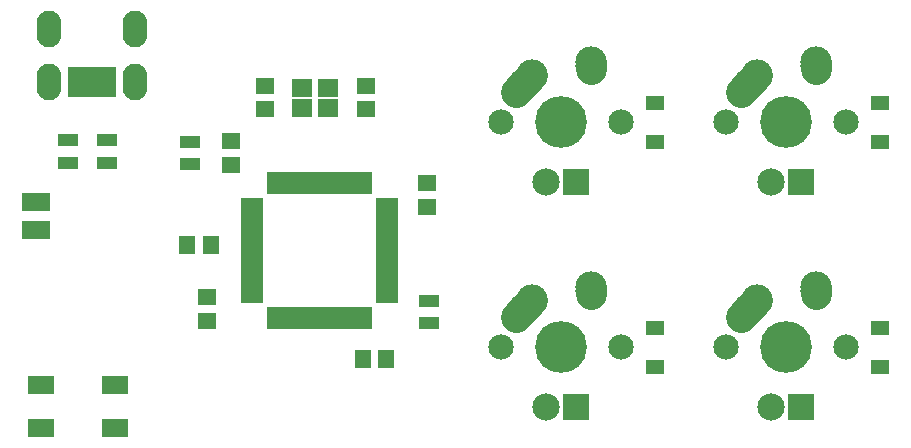
<source format=gbs>
G04 #@! TF.GenerationSoftware,KiCad,Pcbnew,(5.1.2)-1*
G04 #@! TF.CreationDate,2019-06-01T19:46:38-07:00*
G04 #@! TF.ProjectId,ai03-pcb-guide,61693033-2d70-4636-922d-67756964652e,rev?*
G04 #@! TF.SameCoordinates,Original*
G04 #@! TF.FileFunction,Soldermask,Bot*
G04 #@! TF.FilePolarity,Negative*
%FSLAX46Y46*%
G04 Gerber Fmt 4.6, Leading zero omitted, Abs format (unit mm)*
G04 Created by KiCad (PCBNEW (5.1.2)-1) date 2019-06-01 19:46:38*
%MOMM*%
%LPD*%
G04 APERTURE LIST*
%ADD10R,1.800000X1.600000*%
%ADD11R,1.900000X0.950000*%
%ADD12R,0.950000X1.900000*%
%ADD13C,2.150000*%
%ADD14R,2.305000X2.305000*%
%ADD15C,2.305000*%
%ADD16C,2.650000*%
%ADD17C,4.387800*%
%ADD18C,2.650000*%
%ADD19R,1.650000X1.400000*%
%ADD20R,1.400000X1.650000*%
%ADD21R,1.600000X1.300000*%
%ADD22R,2.430000X1.540000*%
%ADD23R,1.700000X1.100000*%
%ADD24R,2.200000X1.500000*%
%ADD25R,0.900000X2.650000*%
%ADD26O,2.100000X3.100000*%
G04 APERTURE END LIST*
D10*
X59647000Y-70192000D03*
X57447000Y-70192000D03*
X57447000Y-68492000D03*
X59647000Y-68492000D03*
D11*
X53228000Y-86296000D03*
X53228000Y-85496000D03*
X53228000Y-84696000D03*
X53228000Y-83896000D03*
X53228000Y-83096000D03*
X53228000Y-82296000D03*
X53228000Y-81496000D03*
X53228000Y-80696000D03*
X53228000Y-79896000D03*
X53228000Y-79096000D03*
X53228000Y-78296000D03*
D12*
X54928000Y-76596000D03*
X55728000Y-76596000D03*
X56528000Y-76596000D03*
X57328000Y-76596000D03*
X58128000Y-76596000D03*
X58928000Y-76596000D03*
X59728000Y-76596000D03*
X60528000Y-76596000D03*
X61328000Y-76596000D03*
X62128000Y-76596000D03*
X62928000Y-76596000D03*
D11*
X64628000Y-78296000D03*
X64628000Y-79096000D03*
X64628000Y-79896000D03*
X64628000Y-80696000D03*
X64628000Y-81496000D03*
X64628000Y-82296000D03*
X64628000Y-83096000D03*
X64628000Y-83896000D03*
X64628000Y-84696000D03*
X64628000Y-85496000D03*
X64628000Y-86296000D03*
D12*
X62928000Y-87996000D03*
X62128000Y-87996000D03*
X61328000Y-87996000D03*
X60528000Y-87996000D03*
X59728000Y-87996000D03*
X58928000Y-87996000D03*
X58128000Y-87996000D03*
X57328000Y-87996000D03*
X56528000Y-87996000D03*
X55728000Y-87996000D03*
X54928000Y-87996000D03*
D13*
X103505000Y-90487500D03*
X93345000Y-90487500D03*
D14*
X99695000Y-95567500D03*
D15*
X97155000Y-95567500D03*
D16*
X95925000Y-86487500D03*
D17*
X98425000Y-90487500D03*
D16*
X95270001Y-87217500D03*
D18*
X94615000Y-87947500D02*
X95925002Y-86487500D01*
D16*
X100965000Y-85407500D03*
X100945000Y-85697500D03*
D18*
X100925000Y-85987500D02*
X100965000Y-85407500D01*
D13*
X84455000Y-90487500D03*
X74295000Y-90487500D03*
D14*
X80645000Y-95567500D03*
D15*
X78105000Y-95567500D03*
D16*
X76875000Y-86487500D03*
D17*
X79375000Y-90487500D03*
D16*
X76220001Y-87217500D03*
D18*
X75565000Y-87947500D02*
X76875002Y-86487500D01*
D16*
X81915000Y-85407500D03*
X81895000Y-85697500D03*
D18*
X81875000Y-85987500D02*
X81915000Y-85407500D01*
D13*
X103505000Y-71437500D03*
X93345000Y-71437500D03*
D14*
X99695000Y-76517500D03*
D15*
X97155000Y-76517500D03*
D16*
X95925000Y-67437500D03*
D17*
X98425000Y-71437500D03*
D16*
X95270001Y-68167500D03*
D18*
X94615000Y-68897500D02*
X95925002Y-67437500D01*
D16*
X100965000Y-66357500D03*
X100945000Y-66647500D03*
D18*
X100925000Y-66937500D02*
X100965000Y-66357500D01*
D13*
X84455000Y-71437500D03*
X74295000Y-71437500D03*
D14*
X80645000Y-76517500D03*
D15*
X78105000Y-76517500D03*
D16*
X76875000Y-67437500D03*
D17*
X79375000Y-71437500D03*
D16*
X76220001Y-68167500D03*
D18*
X75565000Y-68897500D02*
X76875002Y-67437500D01*
D16*
X81915000Y-66357500D03*
X81895000Y-66647500D03*
D18*
X81875000Y-66937500D02*
X81915000Y-66357500D01*
D19*
X62833250Y-70342000D03*
X62833250Y-68342000D03*
X54324250Y-70342000D03*
X54324250Y-68342000D03*
D20*
X47736250Y-81788000D03*
X49736250Y-81788000D03*
D19*
X51403250Y-73041000D03*
X51403250Y-75041000D03*
X68040250Y-78597000D03*
X68040250Y-76597000D03*
D20*
X62595250Y-91440000D03*
X64595250Y-91440000D03*
D19*
X49403000Y-86249000D03*
X49403000Y-88249000D03*
D21*
X87312500Y-73087500D03*
X87312500Y-69787500D03*
X106362500Y-69787500D03*
X106362500Y-73087500D03*
X87312500Y-92137500D03*
X87312500Y-88837500D03*
X106362500Y-88837500D03*
X106362500Y-92137500D03*
D22*
X34925000Y-78175000D03*
X34925000Y-80575000D03*
D23*
X47974250Y-73091000D03*
X47974250Y-74991000D03*
X40894000Y-74864000D03*
X40894000Y-72964000D03*
X37592000Y-72964000D03*
X37592000Y-74864000D03*
X68199000Y-86553000D03*
X68199000Y-88453000D03*
D24*
X35384001Y-97357845D03*
X41584001Y-93657845D03*
X35384001Y-93657845D03*
X41584001Y-97357845D03*
D25*
X41287500Y-68000000D03*
X40487500Y-68000000D03*
X39687500Y-68000000D03*
X38887500Y-68000000D03*
X38087500Y-68000000D03*
D26*
X36037500Y-68000000D03*
X43337500Y-68000000D03*
X43337500Y-63500000D03*
X36037500Y-63500000D03*
M02*

</source>
